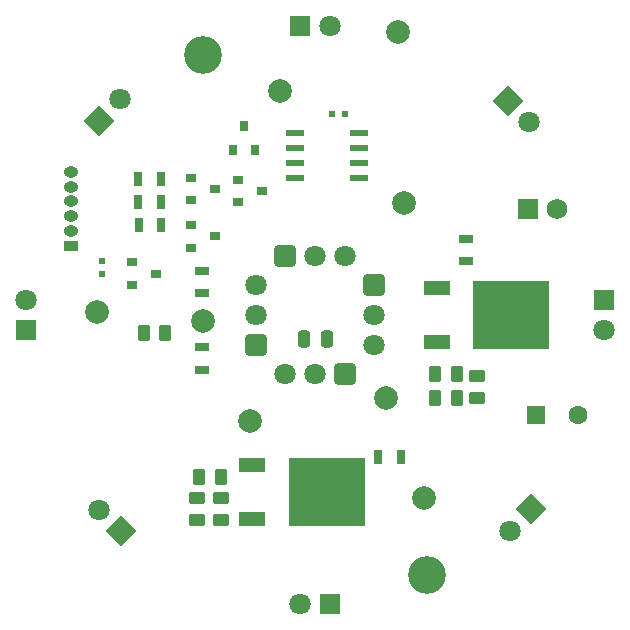
<source format=gbr>
%TF.GenerationSoftware,KiCad,Pcbnew,(6.0.1)*%
%TF.CreationDate,2022-07-03T20:59:54-07:00*%
%TF.ProjectId,EmitterDriverV2,456d6974-7465-4724-9472-697665725632,rev?*%
%TF.SameCoordinates,Original*%
%TF.FileFunction,Soldermask,Top*%
%TF.FilePolarity,Negative*%
%FSLAX46Y46*%
G04 Gerber Fmt 4.6, Leading zero omitted, Abs format (unit mm)*
G04 Created by KiCad (PCBNEW (6.0.1)) date 2022-07-03 20:59:54*
%MOMM*%
%LPD*%
G01*
G04 APERTURE LIST*
G04 Aperture macros list*
%AMRoundRect*
0 Rectangle with rounded corners*
0 $1 Rounding radius*
0 $2 $3 $4 $5 $6 $7 $8 $9 X,Y pos of 4 corners*
0 Add a 4 corners polygon primitive as box body*
4,1,4,$2,$3,$4,$5,$6,$7,$8,$9,$2,$3,0*
0 Add four circle primitives for the rounded corners*
1,1,$1+$1,$2,$3*
1,1,$1+$1,$4,$5*
1,1,$1+$1,$6,$7*
1,1,$1+$1,$8,$9*
0 Add four rect primitives between the rounded corners*
20,1,$1+$1,$2,$3,$4,$5,0*
20,1,$1+$1,$4,$5,$6,$7,0*
20,1,$1+$1,$6,$7,$8,$9,0*
20,1,$1+$1,$8,$9,$2,$3,0*%
%AMRotRect*
0 Rectangle, with rotation*
0 The origin of the aperture is its center*
0 $1 length*
0 $2 width*
0 $3 Rotation angle, in degrees counterclockwise*
0 Add horizontal line*
21,1,$1,$2,0,0,$3*%
G04 Aperture macros list end*
%ADD10R,1.600000X1.600000*%
%ADD11C,1.600000*%
%ADD12RoundRect,0.250000X0.262500X0.450000X-0.262500X0.450000X-0.262500X-0.450000X0.262500X-0.450000X0*%
%ADD13C,1.800000*%
%ADD14RotRect,1.800000X1.800000X45.000000*%
%ADD15C,2.000000*%
%ADD16C,3.200000*%
%ADD17RoundRect,0.250000X-0.250000X-0.475000X0.250000X-0.475000X0.250000X0.475000X-0.250000X0.475000X0*%
%ADD18RoundRect,0.248400X-0.651600X0.651600X-0.651600X-0.651600X0.651600X-0.651600X0.651600X0.651600X0*%
%ADD19RoundRect,0.248400X-0.651600X-0.651600X0.651600X-0.651600X0.651600X0.651600X-0.651600X0.651600X0*%
%ADD20RoundRect,0.248400X0.651600X-0.651600X0.651600X0.651600X-0.651600X0.651600X-0.651600X-0.651600X0*%
%ADD21RoundRect,0.248400X0.651600X0.651600X-0.651600X0.651600X-0.651600X-0.651600X0.651600X-0.651600X0*%
%ADD22RoundRect,0.250000X-0.450000X0.262500X-0.450000X-0.262500X0.450000X-0.262500X0.450000X0.262500X0*%
%ADD23R,1.800000X1.800000*%
%ADD24RotRect,1.800000X1.800000X135.000000*%
%ADD25RotRect,1.800000X1.800000X315.000000*%
%ADD26RotRect,1.800000X1.800000X225.000000*%
%ADD27R,0.500000X0.600000*%
%ADD28R,0.600000X0.500000*%
%ADD29R,0.900000X0.800000*%
%ADD30R,0.800000X0.900000*%
%ADD31O,1.250000X0.950000*%
%ADD32R,1.250000X0.950000*%
%ADD33C,1.750000*%
%ADD34R,1.750000X1.750000*%
%ADD35R,6.400000X5.800000*%
%ADD36R,2.200000X1.200000*%
%ADD37R,0.700000X1.300000*%
%ADD38R,1.300000X0.700000*%
%ADD39R,1.550000X0.600000*%
G04 APERTURE END LIST*
D10*
%TO.C,C2*%
X158750000Y-78500000D03*
D11*
X162250000Y-78500000D03*
%TD*%
D12*
%TO.C,R12*%
X152000000Y-75000000D03*
X150175000Y-75000000D03*
%TD*%
D13*
%TO.C,D5*%
X123500000Y-51750000D03*
D14*
X121703949Y-53546051D03*
%TD*%
D15*
%TO.C,TP8*%
X146000000Y-77000000D03*
%TD*%
%TO.C,TP7*%
X147000000Y-46000000D03*
%TD*%
%TO.C,TP6*%
X147500000Y-60500000D03*
%TD*%
%TO.C,TP5*%
X134500000Y-79000000D03*
%TD*%
%TO.C,TP4*%
X137000000Y-51000000D03*
%TD*%
%TO.C,TP3*%
X130500000Y-70500000D03*
%TD*%
%TO.C,TP2*%
X121500000Y-69750000D03*
%TD*%
%TO.C,TP1*%
X149250000Y-85500000D03*
%TD*%
D16*
%TO.C,H2*%
X149500000Y-92000000D03*
%TD*%
%TO.C,H1*%
X130500000Y-48000000D03*
%TD*%
D12*
%TO.C,R1*%
X127325000Y-71500000D03*
X125500000Y-71500000D03*
%TD*%
D17*
%TO.C,C1*%
X139100000Y-72000000D03*
X141000000Y-72000000D03*
%TD*%
D18*
%TO.C,U4*%
X145000000Y-67460000D03*
D13*
X145000000Y-70000000D03*
X145000000Y-72540000D03*
%TD*%
D19*
%TO.C,U3*%
X137460000Y-65000000D03*
D13*
X140000000Y-65000000D03*
X142540000Y-65000000D03*
%TD*%
%TO.C,U2*%
X135000000Y-67460000D03*
X135000000Y-70000000D03*
D20*
X135000000Y-72540000D03*
%TD*%
D21*
%TO.C,U1*%
X142540000Y-75000000D03*
D13*
X140000000Y-75000000D03*
X137460000Y-75000000D03*
%TD*%
D22*
%TO.C,R14*%
X153750000Y-75175000D03*
X153750000Y-77000000D03*
%TD*%
D12*
%TO.C,R13*%
X132000000Y-83750000D03*
X130175000Y-83750000D03*
%TD*%
%TO.C,R11*%
X152000000Y-77000000D03*
X150175000Y-77000000D03*
%TD*%
D22*
%TO.C,R10*%
X132000000Y-87325000D03*
X132000000Y-85500000D03*
%TD*%
%TO.C,R9*%
X130000000Y-87325000D03*
X130000000Y-85500000D03*
%TD*%
D23*
%TO.C,D10*%
X164500000Y-68710000D03*
D13*
X164500000Y-71250000D03*
%TD*%
%TO.C,D9*%
X138750000Y-94500000D03*
D23*
X141290000Y-94500000D03*
%TD*%
%TO.C,D8*%
X115500000Y-71275000D03*
D13*
X115500000Y-68735000D03*
%TD*%
D23*
%TO.C,D7*%
X138750000Y-45500000D03*
D13*
X141290000Y-45500000D03*
%TD*%
D24*
%TO.C,D6*%
X123546051Y-88296051D03*
D13*
X121750000Y-86500000D03*
%TD*%
D25*
%TO.C,D4*%
X156348439Y-51848439D03*
D13*
X158144490Y-53644490D03*
%TD*%
D26*
%TO.C,D3*%
X158296051Y-86453949D03*
D13*
X156500000Y-88250000D03*
%TD*%
D27*
%TO.C,C3*%
X122000000Y-65400000D03*
X122000000Y-66500000D03*
%TD*%
D28*
%TO.C,C4*%
X142550000Y-53000000D03*
X141450000Y-53000000D03*
%TD*%
D29*
%TO.C,D1*%
X135500000Y-59500000D03*
X133500000Y-60450000D03*
X133500000Y-58550000D03*
%TD*%
D30*
%TO.C,D2*%
X134000000Y-54000000D03*
X134950000Y-56000000D03*
X133050000Y-56000000D03*
%TD*%
D31*
%TO.C,J1*%
X119325000Y-57875000D03*
X119325000Y-59125000D03*
X119325000Y-60375000D03*
X119325000Y-61625000D03*
X119325000Y-62875000D03*
D32*
X119325000Y-64125000D03*
%TD*%
D33*
%TO.C,J2*%
X160500000Y-61000000D03*
D34*
X158000000Y-61000000D03*
%TD*%
D29*
%TO.C,Q1*%
X131500000Y-63345000D03*
X129500000Y-64295000D03*
X129500000Y-62395000D03*
%TD*%
%TO.C,Q2*%
X126500000Y-66500000D03*
X124500000Y-67450000D03*
X124500000Y-65550000D03*
%TD*%
%TO.C,Q3*%
X129500000Y-58395000D03*
X129500000Y-60295000D03*
X131500000Y-59345000D03*
%TD*%
D35*
%TO.C,Q4*%
X141000000Y-85000000D03*
D36*
X134700000Y-87280000D03*
X134700000Y-82720000D03*
%TD*%
%TO.C,Q5*%
X150300000Y-67720000D03*
X150300000Y-72280000D03*
D35*
X156600000Y-70000000D03*
%TD*%
D37*
%TO.C,R2*%
X126950000Y-60395000D03*
X125050000Y-60395000D03*
%TD*%
%TO.C,R3*%
X125100000Y-62395000D03*
X127000000Y-62395000D03*
%TD*%
%TO.C,R4*%
X126950000Y-58500000D03*
X125050000Y-58500000D03*
%TD*%
D38*
%TO.C,R5*%
X130430000Y-72750000D03*
X130430000Y-74650000D03*
%TD*%
%TO.C,R6*%
X130430000Y-66250000D03*
X130430000Y-68150000D03*
%TD*%
D37*
%TO.C,R7*%
X147250001Y-82000000D03*
X145350001Y-82000000D03*
%TD*%
D38*
%TO.C,R8*%
X152750000Y-65450000D03*
X152750000Y-63550000D03*
%TD*%
D39*
%TO.C,U5*%
X143700000Y-54595000D03*
X143700000Y-55865000D03*
X143700000Y-57135000D03*
X143700000Y-58405000D03*
X138300000Y-58405000D03*
X138300000Y-57135000D03*
X138300000Y-55865000D03*
X138300000Y-54595000D03*
%TD*%
M02*

</source>
